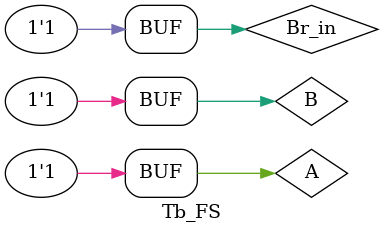
<source format=v>
`timescale 1ns / 1ps


module Tb_FS();
    reg A, B, Br_in;
    wire Br0, D0;
    wire Br1, D1;
    wire Br2, D2;
    
    Full_Subtractor_Behavioral sim_FS0(Br0, D0, A, B, Br_in);
    Full_Subtractor_Dataflow sim_FS1(Br1, D1, A, B, Br_in);
    Full_Subtractor_Structural sim_FS2(Br2, D2, A, B, Br_in);
    
    initial
    begin
        A=0;
        B=0;
        Br_in=0;
    end
    
    initial
    begin
        #100 A=0; B=0; Br_in=1;
        #100 A=0; B=1; Br_in=0;
        #100 A=0; B=1; Br_in=1;
        #100 A=1; B=0; Br_in=0;
        #100 A=1; B=0; Br_in=1;
        #100 A=1; B=1; Br_in=0;
        #100 A=1; B=1; Br_in=1;
    end
endmodule

</source>
